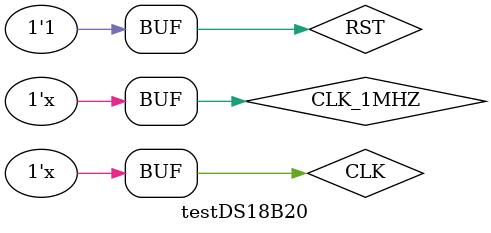
<source format=v>
`timescale 1ns / 1ps

module testDS18B20;

reg CLK;
reg CLK_1MHZ;
reg RST;
reg ACK;
wire BUS_IN;
wire BUS_OUT;
reg [15:0] temperature = 0;

wire OW_RST_STAT;
wire RDY;
wire[7:0] BYTE0;
wire[7:0] BYTE1;
wire checkTemperature;

initial begin
   
    CLK = 0;
    CLK_1MHZ = 0;
    RST = 0;
    ACK = 0;
    
    #510 RST = 1;
end


always
    #5 CLK = ~CLK;

always
    #500 CLK_1MHZ = ~CLK_1MHZ;

always @(posedge RDY)
    #100000 ACK <= 1;

always @(posedge checkTemperature)
    temperature <= temperature + 16'd20; 

VirtualDS18B20Sensor sensor(CLK_1MHZ, RST, temperature, BUS_OUT, BUS_IN, checkTemperature);
/*
   input CLK_1MHZ,
         input reset,
         input[15:0] temperature,
        input BUS_IN,
        output BUS_OUT,
        output reg checkTemperature
*/    

DS18B20 ds(CLK,CLK_1MHZ,RST,BUS_IN,ACK,BUS_OUT, OW_RST_STAT,RDY,BYTE0,BYTE1);
/*
  input CLK,
        input CLK_1MHZ,
        input RST,
        inout BUS,
        input ACK,
        output OW_RST_STAT,
        output RDY,
        output [7:0] BYTE0,
        output [7:0] BYTE1
*/

endmodule

</source>
